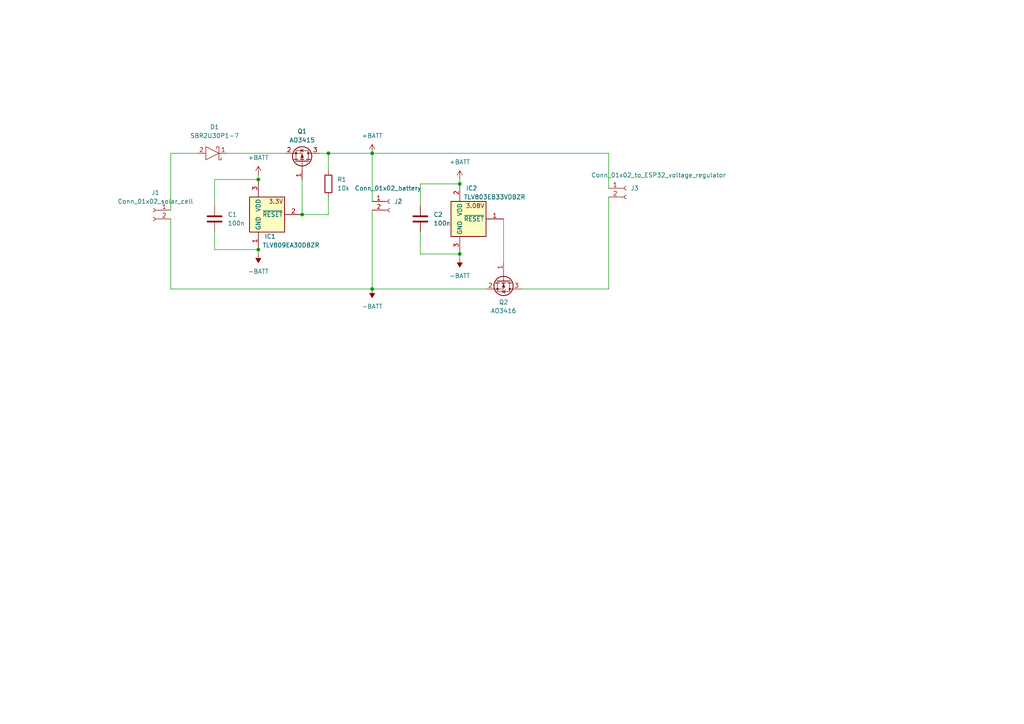
<source format=kicad_sch>
(kicad_sch (version 20250114) (generator "eeschema") (generator_version "9.0")
  (paper "A4")
  (lib_symbols
    (symbol "Connector:Conn_01x02_Socket" (pin_names (offset 1.016) (hide yes))
      (property "Reference" "J" (at 0 2.54 0))
      (property "Value" "Conn_01x02_Socket" (at 0 -5.08 0))
      (symbol "Conn_01x02_Socket_1_1"
        (polyline (pts (xy -1.27 0) (xy -0.508 0)) (stroke (width 0.1524)))
        (polyline (pts (xy -1.27 -2.54) (xy -0.508 -2.54)) (stroke (width 0.1524)))
        (arc (start 0 -0.508) (mid -0.5058 0) (end 0 0.508) (stroke (width 0.1524)))
        (arc (start 0 -3.048) (mid -0.5058 -2.54) (end 0 -2.032) (stroke (width 0.1524)))
        (pin passive line (at -5.08 0 0) (length 3.81) (name "Pin_1") (number "1"))
        (pin passive line (at -5.08 -2.54 0) (length 3.81) (name "Pin_2") (number "2"))
      )
    )
    (symbol "Device:C" (pin_numbers (hide yes)) (pin_names (offset 0.254))
      (property "Reference" "C" (at 0.635 2.54 0))
      (property "Value" "C" (at 0.635 -2.54 0))
      (symbol "C_0_1"
        (polyline (pts (xy -2.032 0.762) (xy 2.032 0.762)) (stroke (width 0.508)))
        (polyline (pts (xy -2.032 -0.762) (xy 2.032 -0.762)) (stroke (width 0.508)))
      )
      (symbol "C_1_1"
        (pin passive line (at 0 3.81 270) (length 2.794) (name "~") (number "1"))
        (pin passive line (at 0 -3.81 90) (length 2.794) (name "~") (number "2"))
      )
    )
    (symbol "Device:R" (pin_numbers (hide yes)) (pin_names (offset 0))
      (property "Reference" "R" (at 2.032 0 90))
      (property "Value" "R" (at 0 0 90))
      (symbol "R_0_1"
        (rectangle (start -1.016 -2.54) (end 1.016 2.54) (stroke (width 0.254)))
      )
      (symbol "R_1_1"
        (pin passive line (at 0 3.81 270) (length 1.27) (name "~") (number "1"))
        (pin passive line (at 0 -3.81 90) (length 1.27) (name "~") (number "2"))
      )
    )
    (symbol "Marcus_IC_library:AO3415" (pin_names (hide yes))
      (property "Reference" "Q" (at 5.08 1.905 0))
      (property "Value" "AO3415" (at 5.08 0 0))
      (symbol "AO3415_0_1"
        (polyline (pts (xy 0.254 1.905) (xy 0.254 -1.905)) (stroke (width 0.254)))
        (polyline (pts (xy 0.254 0) (xy -2.54 0)))
        (polyline (pts (xy 0.762 2.286) (xy 0.762 1.27)) (stroke (width 0.254)))
        (polyline (pts (xy 0.762 1.778) (xy 3.302 1.778) (xy 3.302 -1.778) (xy 0.762 -1.778)))
        (polyline (pts (xy 0.762 0.508) (xy 0.762 -0.508)) (stroke (width 0.254)))
        (polyline (pts (xy 0.762 -1.27) (xy 0.762 -2.286)) (stroke (width 0.254)))
        (circle (center 1.651 0) (radius 2.794) (stroke (width 0.254)))
        (polyline (pts (xy 2.286 0) (xy 1.27 0.381) (xy 1.27 -0.381) (xy 2.286 0)) (fill (type outline)))
        (polyline (pts (xy 2.54 2.54) (xy 2.54 1.778)))
        (circle (center 2.54 1.778) (radius 0.254) (fill (type outline)))
        (circle (center 2.54 -1.778) (radius 0.254) (fill (type outline)))
        (polyline (pts (xy 2.54 -2.54) (xy 2.54 0) (xy 0.762 0)))
        (polyline (pts (xy 2.794 -0.508) (xy 2.921 -0.381) (xy 3.683 -0.381) (xy 3.81 -0.254)))
        (polyline (pts (xy 3.302 -0.381) (xy 2.921 0.254) (xy 3.683 0.254) (xy 3.302 -0.381)))
      )
      (symbol "AO3415_1_1"
        (pin input line (at -5.08 0 0) (length 2.54) (name "G") (number "1"))
        (pin passive line (at 2.54 5.08 270) (length 2.54) (name "D") (number "3"))
        (pin passive line (at 2.54 -5.08 90) (length 2.54) (name "S") (number "2"))
      )
    )
    (symbol "Marcus_IC_library:AO3416" (pin_names (hide yes))
      (property "Reference" "Q" (at 5.08 1.905 0))
      (property "Value" "AO3416" (at 5.08 0 0))
      (symbol "AO3416_0_1"
        (polyline (pts (xy 0.254 1.905) (xy 0.254 -1.905)) (stroke (width 0.254)))
        (polyline (pts (xy 0.254 0) (xy -2.54 0)))
        (polyline (pts (xy 0.762 2.286) (xy 0.762 1.27)) (stroke (width 0.254)))
        (polyline (pts (xy 0.762 0.508) (xy 0.762 -0.508)) (stroke (width 0.254)))
        (polyline (pts (xy 0.762 -1.27) (xy 0.762 -2.286)) (stroke (width 0.254)))
        (polyline (pts (xy 0.762 -1.778) (xy 3.302 -1.778) (xy 3.302 1.778) (xy 0.762 1.778)))
        (polyline (pts (xy 1.016 0) (xy 2.032 0.381) (xy 2.032 -0.381) (xy 1.016 0)) (fill (type outline)))
        (circle (center 1.651 0) (radius 2.794) (stroke (width 0.254)))
        (polyline (pts (xy 2.54 2.54) (xy 2.54 1.778)))
        (circle (center 2.54 1.778) (radius 0.254) (fill (type outline)))
        (circle (center 2.54 -1.778) (radius 0.254) (fill (type outline)))
        (polyline (pts (xy 2.54 -2.54) (xy 2.54 0) (xy 0.762 0)))
        (polyline (pts (xy 2.794 0.508) (xy 2.921 0.381) (xy 3.683 0.381) (xy 3.81 0.254)))
        (polyline (pts (xy 3.302 0.381) (xy 2.921 -0.254) (xy 3.683 -0.254) (xy 3.302 0.381)))
      )
      (symbol "AO3416_1_1"
        (pin input line (at -5.08 0 0) (length 2.54) (name "G") (number "1"))
        (pin passive line (at 2.54 5.08 270) (length 2.54) (name "D") (number "3"))
        (pin passive line (at 2.54 -5.08 90) (length 2.54) (name "S") (number "2"))
      )
    )
    (symbol "Marcus_Library:SBR2U30P1-7" (pin_names (hide yes))
      (property "Reference" "D" (at 5.08 -3.81 0))
      (property "Value" "SBR2U30P1-7" (at 2.54 5.08 0))
      (symbol "SBR2U30P1-7_0_1"
        (polyline (pts (xy 5.08 1.905) (xy 5.08 -1.905) (xy 8.89 0) (xy 5.08 1.905)))
        (polyline (pts (xy 8.255 -1.905) (xy 8.255 -1.27)))
        (polyline (pts (xy 8.89 1.905) (xy 9.525 1.905)))
        (polyline (pts (xy 8.89 1.905) (xy 8.89 -1.905) (xy 8.255 -1.905)))
        (polyline (pts (xy 9.525 1.905) (xy 9.525 1.27)))
      )
      (symbol "SBR2U30P1-7_1_1"
        (pin passive line (at 2.54 0 0) (length 2.54) (name "A") (number "2"))
        (pin passive line (at 11.43 0 180) (length 2.54) (name "K") (number "1"))
      )
    )
    (symbol "Marcus_Library:TLV803EB33VDBZR"
      (property "Reference" "IC" (at 26.67 7.62 0))
      (property "Value" "TLV803EB33VDBZR" (at 26.67 5.08 0))
      (symbol "TLV803EB33VDBZR_1_1"
        (rectangle (start 7.62 2.54) (end 17.78 -7.62) (stroke (width 0.254)) (fill (type background)))
        (text "3.08V" (at 14.605 1.27 0) (effects (font (size 1.27 1.27))))
        (pin passive line (at 10.16 7.62 270) (length 5.08) (name "VDD") (number "2"))
        (pin passive line (at 10.16 -12.7 90) (length 5.08) (name "GND") (number "3"))
        (pin passive line (at 22.86 -2.54 180) (length 5.08) (name "~{RESET}") (number "1"))
      )
    )
    (symbol "Marcus_Library:TLV809EA30DBZR"
      (property "Reference" "IC" (at 19.685 8.255 0))
      (property "Value" "TLV809EA30DBZR" (at 19.685 5.715 0))
      (symbol "TLV809EA30DBZR_1_1"
        (rectangle (start 12.7 2.54) (end 22.86 -7.62) (stroke (width 0.254)) (fill (type background)))
        (text "3.3V" (at 20.32 1.27 0) (effects (font (size 1.27 1.27))))
        (pin passive line (at 15.24 7.62 270) (length 5.08) (name "VDD") (number "3"))
        (pin passive line (at 15.24 -12.7 90) (length 5.08) (name "GND") (number "1"))
        (pin passive line (at 27.94 -2.54 180) (length 5.08) (name "~{RESET}") (number "2"))
      )
    )
    (symbol "power:+BATT" (power) (pin_numbers (hide yes)) (pin_names (offset 0) (hide yes))
      (property "Value" "+BATT" (at 0 3.556 0))
      (symbol "+BATT_0_1"
        (polyline (pts (xy -0.762 1.27) (xy 0 2.54)))
        (polyline (pts (xy 0 2.54) (xy 0.762 1.27)))
        (polyline (pts (xy 0 0) (xy 0 2.54)))
      )
      (symbol "+BATT_1_1"
        (pin power_in line (at 0 0 90) (length 0) (name "~") (number "1"))
      )
    )
    (symbol "power:-BATT" (power) (pin_numbers (hide yes)) (pin_names (offset 0) (hide yes))
      (property "Value" "-BATT" (at 0 3.556 0))
      (symbol "-BATT_0_1"
        (polyline (pts (xy 0 0) (xy 0 2.54)))
        (polyline (pts (xy 0.762 1.27) (xy -0.762 1.27) (xy 0 2.54) (xy 0.762 1.27)) (fill (type outline)))
      )
      (symbol "-BATT_1_1"
        (pin power_in line (at 0 0 90) (length 0) (name "~") (number "1"))
      )
    )
  )
  (junction (at 107.95 83.82))
  (junction (at 133.35 53.34))
  (junction (at 74.93 72.39))
  (junction (at 87.63 62.23))
  (junction (at 74.93 52.07))
  (junction (at 95.25 44.45))
  (junction (at 107.95 44.45))
  (junction (at 133.35 73.66))
  (wire (pts (xy 107.95 44.45) (xy 107.95 58.42)))
  (wire (pts (xy 49.53 44.45) (xy 49.53 60.96)))
  (wire (pts (xy 87.63 62.23) (xy 87.63 52.07)))
  (wire (pts (xy 92.71 44.45) (xy 95.25 44.45)))
  (wire (pts (xy 74.93 50.8) (xy 74.93 52.07)))
  (wire (pts (xy 74.93 52.07) (xy 62.23 52.07)))
  (wire (pts (xy 107.95 60.96) (xy 107.95 83.82)))
  (wire (pts (xy 95.25 62.23) (xy 87.63 62.23)))
  (wire (pts (xy 121.92 53.34) (xy 133.35 53.34)))
  (wire (pts (xy 107.95 44.45) (xy 176.53 44.45)))
  (wire (pts (xy 133.35 52.07) (xy 133.35 53.34)))
  (wire (pts (xy 151.13 83.82) (xy 176.53 83.82)))
  (wire (pts (xy 133.35 73.66) (xy 133.35 74.93)))
  (wire (pts (xy 95.25 44.45) (xy 107.95 44.45)))
  (wire (pts (xy 74.93 73.66) (xy 74.93 72.39)))
  (wire (pts (xy 121.92 59.69) (xy 121.92 53.34)))
  (wire (pts (xy 62.23 72.39) (xy 62.23 67.31)))
  (wire (pts (xy 62.23 52.07) (xy 62.23 59.69)))
  (wire (pts (xy 121.92 67.31) (xy 121.92 73.66)))
  (wire (pts (xy 176.53 57.15) (xy 176.53 83.82)))
  (wire (pts (xy 49.53 83.82) (xy 107.95 83.82)))
  (wire (pts (xy 66.04 44.45) (xy 82.55 44.45)))
  (wire (pts (xy 74.93 72.39) (xy 62.23 72.39)))
  (wire (pts (xy 49.53 44.45) (xy 57.15 44.45)))
  (wire (pts (xy 107.95 83.82) (xy 140.97 83.82)))
  (wire (pts (xy 146.05 63.5) (xy 146.05 76.2)))
  (wire (pts (xy 95.25 44.45) (xy 95.25 49.53)))
  (wire (pts (xy 95.25 57.15) (xy 95.25 62.23)))
  (wire (pts (xy 49.53 63.5) (xy 49.53 83.82)))
  (wire (pts (xy 176.53 44.45) (xy 176.53 54.61)))
  (wire (pts (xy 121.92 73.66) (xy 133.35 73.66)))
  (symbol (lib_id "Marcus_IC_library:AO3415") (at 87.63 46.99 270) (mirror x) (unit 1)
    (property "Reference" "Q1" (at 87.63 38.1 90))
    (property "Value" "AO3415" (at 87.63 40.64 90))
    (property "Footprint" "Package_TO_SOT_SMD:SOT-23" (effects (hide yes)))
    (property "Datasheet" "https://www.aosmd.com/sites/default/files/res/datasheets/AO3415.pdf" (effects (hide yes)))
    (property "Description" "-4.0A Id, -20V Vds, P-Channel MOSFET, SOT-23, 41mΩ" (effects (hide yes)))
  )
  (symbol (lib_id "power:+BATT") (at 107.95 44.45 0) (unit 1)
    (property "Reference" "#PWR06" (effects (hide yes)))
    (property "Value" "+BATT" (at 107.95 39.37 0))
    (property "Description" "Power symbol creates a global label with name \"+BATT\"" (effects (hide yes)))
  )
  (symbol (lib_id "Marcus_Library:TLV809EA30DBZR") (at 59.69 59.69 0) (unit 1)
    (property "Reference" "IC1" (at 80.01 68.58 0) (effects (justify right)))
    (property "Value" "TLV809EA30DBZR" (at 92.71 71.12 0) (effects (justify right)))
    (property "Footprint" "Marcus_Library:SOT95P237X95-3N" (effects (hide yes)))
    (property "Datasheet" "http://www.ti.com/lit/gpn/TLV809E" (effects (hide yes)))
    (property "Description" "Voltage supervisor 3.08V; active-low; push-pull; SOT-23-3" (effects (hide yes)))
    (property "Height" "0.95" (effects (hide yes)))
    (property "Mouser Part Number" "595-TLV809EA30DBZR" (effects (hide yes)))
    (property "Mouser Price/Stock" "https://www.mouser.co.uk/ProductDetail/Texas-Instruments/TLV809EA30DBZR?qs=%252B6g0mu59x7IQ6usJOabAlA%3D%3D" (effects (hide yes)))
    (property "Manufacturer_Name" "Texas Instruments" (effects (hide yes)))
    (property "Manufacturer_Part_Number" "TLV809EA30DBZR" (effects (hide yes)))
  )
  (symbol (lib_id "power:-BATT") (at 107.95 83.82 180) (unit 1)
    (property "Reference" "#PWR01" (effects (hide yes)))
    (property "Value" "-BATT" (at 107.95 88.9 0))
    (property "Description" "Power symbol creates a global label with name \"-BATT\"" (effects (hide yes)))
  )
  (symbol (lib_id "power:-BATT") (at 133.35 74.93 180) (unit 1)
    (property "Reference" "#PWR02" (effects (hide yes)))
    (property "Value" "-BATT" (at 133.35 80.01 0))
    (property "Description" "Power symbol creates a global label with name \"-BATT\"" (effects (hide yes)))
  )
  (symbol (lib_id "Marcus_IC_library:AO3416") (at 146.05 81.28 270) (unit 1)
    (property "Reference" "Q2" (at 146.05 87.63 90))
    (property "Value" "AO3416" (at 146.05 90.17 90))
    (property "Footprint" "Package_TO_SOT_SMD:SOT-23" (effects (hide yes)))
    (property "Datasheet" "https://www.aosmd.com/sites/default/files/res/datasheets/AO3416.pdf" (effects (hide yes)))
    (property "Description" "20V Vds, 6.5A Id, N-Channel MOSFET, SOT-23, 22mΩ" (effects (hide yes)))
  )
  (symbol (lib_id "Connector:Conn_01x02_Socket") (at 181.61 54.61 0) (unit 1)
    (property "Reference" "J3" (at 182.88 54.6099 0) (effects (justify left)))
    (property "Value" "Conn_01x02_to_ESP32_voltage_regulator" (at 171.45 50.8 0) (effects (justify left)))
    (property "Footprint" "Connector_PinHeader_1.27mm:PinHeader_1x02_P1.27mm_Vertical" (effects (hide yes)))
    (property "Description" "Generic connector, single row, 01x02, script generated" (effects (hide yes)))
  )
  (symbol (lib_id "Marcus_Library:TLV803EB33VDBZR") (at 123.19 60.96 0) (unit 1)
    (property "Reference" "IC2" (at 138.43 54.61 0) (effects (justify right)))
    (property "Value" "TLV803EB33VDBZR" (at 152.4 57.15 0) (effects (justify right)))
    (property "Footprint" "Marcus_Library:SOT95P237X112-3N" (effects (hide yes)))
    (property "Datasheet" "https://pdf1.alldatasheet.com/datasheet-pdf/view/1260560/TI/TLV803EB33VDBZR.html" (effects (hide yes)))
    (property "Description" "Voltage supervisor 3.3V; active-low; open-drain; SOT-23-3" (effects (hide yes)))
    (property "Height" "1.12" (effects (hide yes)))
    (property "Mouser Part Number" "595-TLV803EB33VDBZR" (effects (hide yes)))
    (property "Mouser Price/Stock" "https://www.mouser.co.uk/ProductDetail/Texas-Instruments/TLV803EB33VDBZR?qs=81r%252BiQLm7BTmCXt3yi%252BCAg%3D%3D" (effects (hide yes)))
    (property "Manufacturer_Name" "Texas Instruments" (effects (hide yes)))
    (property "Manufacturer_Part_Number" "TLV803EB33VDBZR" (effects (hide yes)))
  )
  (symbol (lib_id "power:+BATT") (at 133.35 52.07 0) (unit 1)
    (property "Reference" "#PWR04" (effects (hide yes)))
    (property "Value" "+BATT" (at 133.35 46.99 0))
    (property "Description" "Power symbol creates a global label with name \"+BATT\"" (effects (hide yes)))
  )
  (symbol (lib_id "power:+BATT") (at 74.93 50.8 0) (unit 1)
    (property "Reference" "#PWR05" (effects (hide yes)))
    (property "Value" "+BATT" (at 74.93 45.72 0))
    (property "Description" "Power symbol creates a global label with name \"+BATT\"" (effects (hide yes)))
  )
  (symbol (lib_id "Device:C") (at 62.23 63.5 0) (unit 1)
    (property "Reference" "C1" (at 66.04 62.2299 0) (effects (justify left)))
    (property "Value" "100n" (at 66.04 64.7699 0) (effects (justify left)))
    (property "Footprint" "Capacitor_SMD:C_0805_2012Metric_Pad1.18x1.45mm_HandSolder" (effects (hide yes)))
    (property "Description" "Unpolarized capacitor" (effects (hide yes)))
  )
  (symbol (lib_id "Device:C") (at 121.92 63.5 0) (unit 1)
    (property "Reference" "C2" (at 125.73 62.2299 0) (effects (justify left)))
    (property "Value" "100n" (at 125.73 64.7699 0) (effects (justify left)))
    (property "Footprint" "Capacitor_SMD:C_0805_2012Metric_Pad1.18x1.45mm_HandSolder" (effects (hide yes)))
    (property "Description" "Unpolarized capacitor" (effects (hide yes)))
  )
  (symbol (lib_id "Connector:Conn_01x02_Socket") (at 44.45 60.96 0) (mirror y) (unit 1)
    (property "Reference" "J1" (at 45.085 55.88 0))
    (property "Value" "Conn_01x02_solar_cell" (at 45.085 58.42 0))
    (property "Footprint" "Connector_PinHeader_1.27mm:PinHeader_1x02_P1.27mm_Vertical" (effects (hide yes)))
    (property "Description" "Generic connector, single row, 01x02, script generated" (effects (hide yes)))
  )
  (symbol (lib_id "Connector:Conn_01x02_Socket") (at 113.03 58.42 0) (unit 1)
    (property "Reference" "J2" (at 114.3 58.4199 0) (effects (justify left)))
    (property "Value" "Conn_01x02_battery" (at 102.87 54.61 0) (effects (justify left)))
    (property "Footprint" "Connector_PinHeader_1.27mm:PinHeader_1x02_P1.27mm_Vertical" (effects (hide yes)))
    (property "Description" "Generic connector, single row, 01x02, script generated" (effects (hide yes)))
  )
  (symbol (lib_id "Marcus_Library:SBR2U30P1-7") (at 54.61 44.45 0) (mirror x) (unit 1)
    (property "Reference" "D1" (at 62.23 36.83 0))
    (property "Value" "SBR2U30P1-7" (at 62.23 39.37 0))
    (property "Footprint" "Marcus_Library:SODFL3718X100N" (effects (hide yes)))
    (property "Datasheet" "https://www.arrow.com/en/products/sbr2u30p1-7/diodes-incorporated" (effects (hide yes)))
    (property "Description" "Schottky Avalanche Diode, 30V 2A" (effects (hide yes)))
    (property "Height" "1" (effects (hide yes)))
    (property "Mouser Part Number" "621-SBR2U30P1-7" (effects (hide yes)))
    (property "Mouser Price/Stock" "https://www.mouser.co.uk/ProductDetail/Diodes-Incorporated/SBR2U30P1-7?qs=DwnLFiA34IJMuJCpilI3ag%3D%3D" (effects (hide yes)))
    (property "Manufacturer_Name" "Diodes Incorporated" (effects (hide yes)))
    (property "Manufacturer_Part_Number" "SBR2U30P1-7" (effects (hide yes)))
  )
  (symbol (lib_id "power:-BATT") (at 74.93 73.66 180) (unit 1)
    (property "Reference" "#PWR03" (effects (hide yes)))
    (property "Value" "-BATT" (at 74.93 78.74 0))
    (property "Description" "Power symbol creates a global label with name \"-BATT\"" (effects (hide yes)))
  )
  (symbol (lib_id "Device:R") (at 95.25 53.34 0) (unit 1)
    (property "Reference" "R1" (at 97.79 52.0699 0) (effects (justify left)))
    (property "Value" "10k" (at 97.79 54.6099 0) (effects (justify left)))
    (property "Footprint" "Resistor_SMD:R_0805_2012Metric_Pad1.20x1.40mm_HandSolder" (effects (hide yes)))
    (property "Description" "Resistor" (effects (hide yes)))
  )
)
</source>
